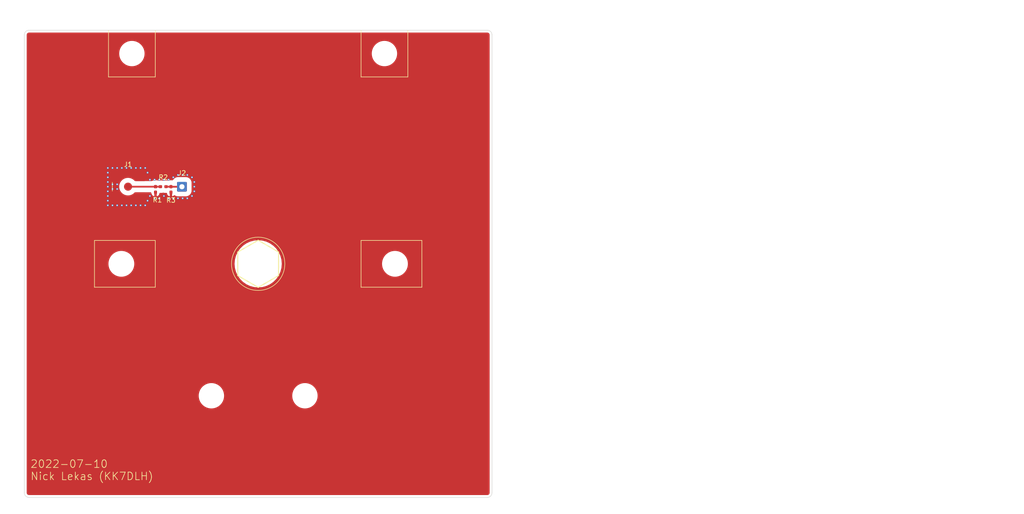
<source format=kicad_pcb>
(kicad_pcb (version 20211014) (generator pcbnew)
  (layers (0 "F.Cu" jumper) (1 "In1.Cu" signal) (2 "In2.Cu" signal) (31 "B.Cu" signal) (34 "B.Paste" user) (35 "F.Paste" user) (36 "B.SilkS" user "B.Silkscreen") (37 "F.SilkS" user "F.Silkscreen") (38 "B.Mask" user) (39 "F.Mask" user) (44 "Edge.Cuts" user))
  (net 0 "")
  (net 1 "Net-(J2-Pad1)")
  (net 2 "Net-(J1-Pad1)")
  (net 3 "GND")
  (footprint "Connector_Wire:SolderWire-0.5sqmm_1x01_D0.9mm_OD2.1mm" (layer "F.Cu") (at 138.85 85.0135)
    (fp_text reference "J2" (at 0 -2.9135) (layer "F.SilkS"))
    (fp_text value "Conn_01x01")
    (pad "1" thru_hole roundrect locked (at 0 0) (size 2.1 2.1) (drill 1.1) (layers *.Cu *.Mask) (roundrect_rratio 0.1190480952) (net 1 "Net-(J2-Pad1)"))
  )
  (footprint "" (layer "F.Cu") (at 165.15 129.7535)
    (fp_text reference "@HOLE4" hide)
    (fp_text value "" (at 0 0) (layer "F.SilkS") (effects (font (size 1.27 1.27))))
    (pad "" np_thru_hole circle (at 0 0) (size 4.4 4.4) (drill 4.4) (layers *.Cu *.Mask))
  )
  (footprint "" (layer "F.Cu") (at 155.1511 101.5135)
    (fp_text reference "@HOLE6" hide)
    (fp_text value "" (at 0 0) (layer "F.SilkS") (effects (font (size 1.27 1.27))))
    (pad "" np_thru_hole circle (at 0 0) (size 4.5 4.5) (drill 4.5) (layers *.Cu *.Mask))
  )
  (footprint "" (layer "F.Cu") (at 145.15 129.7535)
    (fp_text reference "@HOLE5" hide)
    (fp_text value "" (at 0 0) (layer "F.SilkS") (effects (font (size 1.27 1.27))))
    (pad "" np_thru_hole circle (at 0 0) (size 4.4 4.4) (drill 4.4) (layers *.Cu *.Mask))
  )
  (footprint "" (layer "F.Cu") (at 184.4011 101.5135)
    (fp_text reference "@HOLE1" hide)
    (fp_text value "" (at 0 0) (layer "F.SilkS") (effects (font (size 1.27 1.27))))
    (pad "" np_thru_hole circle (at 0 0) (size 4.5 4.5) (drill 4.5) (layers *.Cu *.Mask))
  )
  (footprint "Connector_Coaxial:SMA_Amphenol_132134-10_Vertical" (layer "F.Cu") (at 127.325 85)
    (fp_text reference "J1" (at 0 -4.75) (layer "F.SilkS"))
    (fp_text value "Conn_Coaxial")
    (fp_line (start -3.355 -0.94) (end -3.355 0.94) (layer "F.SilkS") (width 0.12))
    (pad "1" smd circle locked (at 0 0 90) (size 1.73 1.73) (layers "F.Cu" "F.Paste" "F.Mask") (net 2 "Net-(J1-Pad1)"))
    (pad "2" smd custom locked (at 0 2.8) (size 7.11 1.51) (layers "F.Cu" "F.Paste" "F.Mask") (net 3 "GND") (options (clearance outline) (anchor rect)) (primitives (gr_poly (pts (xy -1.5 -1.42) (xy -1.36 -1.28) (xy -1.205 -1.155) (xy -1.035 -1.045) (xy -0.86 -0.95) (xy -0.675 -0.875) (xy -0.48 -0.82) (xy -0.28 -0.78) (xy -0.085 -0.765) (xy 0 -0.765) (xy 0 0.755) (xy -3.555 0.755) (xy -3.555 -1.595) (xy -1.645 -1.595)) (width 0) (fill yes)) (gr_poly (pts (xy 3.555 0.755) (xy 0 0.755) (xy 0 -0.765) (xy 0.085 -0.765) (xy 0.28 -0.78) (xy 0.48 -0.82) (xy 0.675 -0.875) (xy 0.86 -0.95) (xy 1.035 -1.045) (xy 1.205 -1.155) (xy 1.36 -1.28) (xy 1.5 -1.42) (xy 1.645 -1.595) (xy 3.555 -1.595)) (width 0) (fill yes))))
    (pad "2" smd custom locked (at 0 -2.8 180) (size 7.11 1.51) (layers "F.Cu" "F.Paste" "F.Mask") (net 3 "GND") (options (clearance outline) (anchor rect)) (primitives (gr_poly (pts (xy -1.5 -1.42) (xy -1.36 -1.28) (xy -1.205 -1.155) (xy -1.035 -1.045) (xy -0.86 -0.95) (xy -0.675 -0.875) (xy -0.48 -0.82) (xy -0.28 -0.78) (xy -0.085 -0.765) (xy 0 -0.765) (xy 0 0.755) (xy -3.555 0.755) (xy -3.555 -1.595) (xy -1.645 -1.595)) (width 0) (fill yes)) (gr_poly (pts (xy 3.555 0.755) (xy 0 0.755) (xy 0 -0.765) (xy 0.085 -0.765) (xy 0.28 -0.78) (xy 0.48 -0.82) (xy 0.675 -0.875) (xy 0.86 -0.95) (xy 1.035 -1.045) (xy 1.205 -1.155) (xy 1.36 -1.28) (xy 1.5 -1.42) (xy 1.645 -1.595) (xy 3.555 -1.595)) (width 0) (fill yes))))
  )
  (footprint "Resistor_SMD:R_0402_1005Metric_Pad0.72x0.64mm_HandSolder" (layer "F.Cu") (at 136.5 85.6 -90)
    (fp_text reference "R3" (at 2.3 0 180) (layer "F.SilkS"))
    (fp_text value "DNP")
    (pad "1" smd roundrect (at -0.5975 0 270) (size 0.715 0.64) (layers "F.Cu" "F.Paste" "F.Mask") (net 1 "Net-(J2-Pad1)"))
    (pad "2" smd roundrect (at 0.5975 0 270) (size 0.715 0.64) (layers "F.Cu" "F.Paste" "F.Mask") (net 3 "GND"))
  )
  (footprint "Resistor_SMD:R_0402_1005Metric_Pad0.72x0.64mm_HandSolder" (layer "F.Cu") (at 134.85 85)
    (fp_text reference "R2" (at 0 -2) (layer "F.SilkS"))
    (fp_text value "0")
    (pad "1" smd roundrect (at -0.5975 0) (size 0.715 0.64) (layers "F.Cu" "F.Paste" "F.Mask") (net 2 "Net-(J1-Pad1)"))
    (pad "2" smd roundrect (at 0.5975 0) (size 0.715 0.64) (layers "F.Cu" "F.Paste" "F.Mask") (net 1 "Net-(J2-Pad1)"))
  )
  (footprint "" (layer "F.Cu") (at 182.1511 56.5135)
    (fp_text reference "@HOLE2" hide)
    (fp_text value "" (at 0 0) (layer "F.SilkS") (effects (font (size 1.27 1.27))))
    (pad "" np_thru_hole circle (at 0 0) (size 4.4 4.4) (drill 4.4) (layers *.Cu *.Mask))
  )
  (footprint "" (layer "F.Cu") (at 128.1511 56.5135)
    (fp_text reference "@HOLE3" hide)
    (fp_text value "" (at 0 0) (layer "F.SilkS") (effects (font (size 1.27 1.27))))
    (pad "" np_thru_hole circle (at 0 0) (size 4.4 4.4) (drill 4.4) (layers *.Cu *.Mask))
  )
  (footprint "Resistor_SMD:R_0402_1005Metric_Pad0.72x0.64mm_HandSolder" (layer "F.Cu") (at 133.2 85.6 -90)
    (fp_text reference "R1" (at 2.25 -0.4) (layer "F.SilkS"))
    (fp_text value "DNP")
    (pad "1" smd roundrect (at -0.5975 0 270) (size 0.715 0.64) (layers "F.Cu" "F.Paste" "F.Mask") (net 2 "Net-(J1-Pad1)"))
    (pad "2" smd roundrect (at 0.5975 0 270) (size 0.715 0.64) (layers "F.Cu" "F.Paste" "F.Mask") (net 3 "GND"))
  )
  (footprint "" (layer "F.Cu") (at 125.9011 101.5135)
    (fp_text reference "@HOLE0" hide)
    (fp_text value "" (at 0 0) (layer "F.SilkS") (effects (font (size 1.27 1.27))))
    (pad "" np_thru_hole circle (at 0 0) (size 4.5 4.5) (drill 4.5) (layers *.Cu *.Mask))
  )
  (gr_line (start 150.785468 104.033991) (end 152.96829 105.294241) (layer "F.SilkS") (width 0.127))
  (gr_line (start 159.516718 98.993) (end 157.333909 97.73276) (layer "F.SilkS") (width 0.127))
  (gr_line (start 120.1511 96.5135) (end 133.1511 96.5135) (layer "F.SilkS") (width 0.127))
  (gr_line (start 177.1511 96.5135) (end 190.1511 96.5135) (layer "F.SilkS") (width 0.127))
  (gr_line (start 159.5167 98.993) (end 159.5167 104.034) (layer "F.SilkS") (width 0.2))
  (gr_line (start 150.7855 104.034) (end 150.7855 98.993) (layer "F.SilkS") (width 0.2))
  (gr_line (start 123.1511 61.5135) (end 123.1511 51.5135) (layer "F.SilkS") (width 0.127))
  (gr_line (start 133.1511 51.5135) (end 133.1511 61.5135) (layer "F.SilkS") (width 0.127))
  (gr_line (start 150.785468 98.993) (end 150.785468 104.033991) (layer "F.SilkS") (width 0.127))
  (gr_line (start 190.1511 106.5135) (end 177.1511 106.5135) (layer "F.SilkS") (width 0.127))
  (gr_line (start 159.5167 104.034) (end 155.1511 106.5545) (layer "F.SilkS") (width 0.2))
  (gr_line (start 155.1511 96.4725) (end 159.5167 98.993) (layer "F.SilkS") (width 0.2))
  (gr_line (start 133.1511 61.5135) (end 123.1511 61.5135) (layer "F.SilkS") (width 0.127))
  (gr_line (start 150.7855 98.993) (end 155.1511 96.4725) (layer "F.SilkS") (width 0.2))
  (gr_line (start 155.1511 106.554491) (end 159.516718 104.033991) (layer "F.SilkS") (width 0.127))
  (gr_line (start 133.1511 106.5135) (end 120.1511 106.5135) (layer "F.SilkS") (width 0.127))
  (gr_line (start 187.1511 51.5135) (end 187.1511 61.5135) (layer "F.SilkS") (width 0.127))
  (gr_line (start 155.1511 106.5545) (end 150.7855 104.034) (layer "F.SilkS") (width 0.2))
  (gr_line (start 155.1511 96.47251) (end 152.96829 97.73276) (layer "F.SilkS") (width 0.127))
  (gr_line (start 190.1511 96.5135) (end 190.1511 106.5135) (layer "F.SilkS") (width 0.127))
  (gr_line (start 120.1511 106.5135) (end 120.1511 96.5135) (layer "F.SilkS") (width 0.127))
  (gr_line (start 152.96829 97.73276) (end 150.785468 98.993) (layer "F.SilkS") (width 0.127))
  (gr_line (start 159.516718 104.033991) (end 159.516718 98.993) (layer "F.SilkS") (width 0.127))
  (gr_line (start 177.1511 106.5135) (end 177.1511 96.5135) (layer "F.SilkS") (width 0.127))
  (gr_circle (center 155.1511 101.5135) (end 160.8511 101.5135) (layer "F.SilkS") (width 0.127) (fill none))
  (gr_line (start 177.1511 61.5135) (end 177.1511 51.5135) (layer "F.SilkS") (width 0.127))
  (gr_line (start 187.1511 61.5135) (end 177.1511 61.5135) (layer "F.SilkS") (width 0.127))
  (gr_line (start 152.96829 105.294241) (end 155.1511 106.554491) (layer "F.SilkS") (width 0.127))
  (gr_line (start 157.333909 97.73276) (end 155.1511 96.47251) (layer "F.SilkS") (width 0.127))
  (gr_line (start 133.1511 96.5135) (end 133.1511 106.5135) (layer "F.SilkS") (width 0.127))
  (gr_line (start 205.1511 150.5135) (end 205.1511 52.5135) (layer "Edge.Cuts") (width 0.1))
  (gr_arc (start 205.1511 150.5135) (mid 204.858207 151.220607) (end 204.1511 151.5135) (layer "Edge.Cuts") (width 0.1))
  (gr_line (start 106.1511 151.5135) (end 204.1511 151.5135) (layer "Edge.Cuts") (width 0.1))
  (gr_arc (start 105.1511 52.5135) (mid 105.443993 51.806393) (end 106.1511 51.5135) (layer "Edge.Cuts") (width 0.1))
  (gr_line (start 105.1511 52.5135) (end 105.1511 150.5135) (layer "Edge.Cuts") (width 0.1))
  (gr_arc (start 204.1511 51.5135) (mid 204.858207 51.806393) (end 205.1511 52.5135) (layer "Edge.Cuts") (width 0.1))
  (gr_line (start 204.1511 51.5135) (end 106.1511 51.5135) (layer "Edge.Cuts") (width 0.1))
  (gr_arc (start 106.1511 151.5135) (mid 105.443993 151.220607) (end 105.1511 150.5135) (layer "Edge.Cuts") (width 0.1))
  (gr_text "2022-07-10\nNick Lekas (KK7DLH)" (at 106.3811 147.9335) (layer "F.SilkS") (effects (font (size 1.63576 1.63576) (thickness 0.14224)) (justify left bottom)))
  (segment (start 136.5 85.0025) (end 136.4975 85) (width 0.2) (layer "F.Cu") (net 1))
  (segment (start 136.511 85.0135) (end 136.5 85.0025) (width 0.2) (layer "F.Cu") (net 1))
  (segment (start 138.8511 85.0135) (end 136.511 85.0135) (width 0.38) (layer "F.Cu") (net 1))
  (segment (start 136.4975 85) (end 135.3975 85) (width 0.38) (layer "F.Cu") (net 1))
  (segment (start 133.0975 85) (end 127.325 85) (width 0.38) (layer "F.Cu") (net 2))
  (segment (start 134.2 85.0025) (end 134.2025 85) (width 0.2) (layer "F.Cu") (net 2))
  (segment (start 134.2025 85) (end 133.1025 85) (width 0.38) (layer "F.Cu") (net 2))
  (segment (start 133.1025 85) (end 133.1 85.0025) (width 0.2) (layer "F.Cu") (net 2))
  (segment (start 133.1 85.0025) (end 133.0975 85) (width 0.2) (layer "F.Cu") (net 2))
  (via (at 139 82.5) (size 0.4572) (drill 0.254) (layers "F.Cu" "B.Cu") (net 3))
  (via (at 129 89) (size 0.4572) (drill 0.254) (layers "F.Cu" "B.Cu") (net 3))
  (via (at 141.5 84) (size 0.4572) (drill 0.254) (layers "F.Cu" "B.Cu") (net 3))
  (via (at 126 89) (size 0.4572) (drill 0.254) (layers "F.Cu" "B.Cu") (net 3))
  (via (at 125 84.5) (size 0.4572) (drill 0.254) (layers "F.Cu" "B.Cu") (net 3))
  (via (at 129 81) (size 0.4572) (drill 0.254) (layers "F.Cu" "B.Cu") (net 3))
  (via (at 125 85.5) (size 0.4572) (drill 0.254) (layers "F.Cu" "B.Cu") (net 3))
  (via (at 132 87) (size 0.4572) (drill 0.254) (layers "F.Cu" "B.Cu") (net 3))
  (via (at 136 87.5) (size 0.4572) (drill 0.254) (layers "F.Cu" "B.Cu") (net 3))
  (via (at 125 89) (size 0.4572) (drill 0.254) (layers "F.Cu" "B.Cu") (net 3))
  (via (at 131.5 88) (size 0.4572) (drill 0.254) (layers "F.Cu" "B.Cu") (net 3))
  (via (at 134 83.5) (size 0.4572) (drill 0.254) (layers "F.Cu" "B.Cu") (net 3))
  (via (at 131 81) (size 0.4572) (drill 0.254) (layers "F.Cu" "B.Cu") (net 3))
  (via (at 123 86) (size 0.4572) (drill 0.254) (layers "F.Cu" "B.Cu") (net 3))
  (via (at 141.5 85) (size 0.4572) (drill 0.254) (layers "F.Cu" "B.Cu") (net 3))
  (via (at 137 83) (size 0.4572) (drill 0.254) (layers "F.Cu" "B.Cu") (net 3))
  (via (at 141.5 86) (size 0.4572) (drill 0.254) (layers "F.Cu" "B.Cu") (net 3))
  (via (at 135 83.5) (size 0.4572) (drill 0.254) (layers "F.Cu" "B.Cu") (net 3))
  (via (at 132 83.5) (size 0.4572) (drill 0.254) (layers "F.Cu" "B.Cu") (net 3))
  (via (at 123 87) (size 0.4572) (drill 0.254) (layers "F.Cu" "B.Cu") (net 3))
  (via (at 124 81) (size 0.4572) (drill 0.254) (layers "F.Cu" "B.Cu") (net 3))
  (via (at 139 87.5) (size 0.4572) (drill 0.254) (layers "F.Cu" "B.Cu") (net 3))
  (via (at 123 89) (size 0.4572) (drill 0.254) (layers "F.Cu" "B.Cu") (net 3))
  (via (at 141 83) (size 0.4572) (drill 0.254) (layers "F.Cu" "B.Cu") (net 3))
  (via (at 140 82.5) (size 0.4572) (drill 0.254) (layers "F.Cu" "B.Cu") (net 3))
  (via (at 124 85.5) (size 0.4572) (drill 0.254) (layers "F.Cu" "B.Cu") (net 3))
  (via (at 133 87.5) (size 0.4572) (drill 0.254) (layers "F.Cu" "B.Cu") (net 3))
  (via (at 127 81) (size 0.4572) (drill 0.254) (layers "F.Cu" "B.Cu") (net 3))
  (via (at 123 84) (size 0.4572) (drill 0.254) (layers "F.Cu" "B.Cu") (net 3))
  (via (at 128 81) (size 0.4572) (drill 0.254) (layers "F.Cu" "B.Cu") (net 3))
  (via (at 124 89) (size 0.4572) (drill 0.254) (layers "F.Cu" "B.Cu") (net 3))
  (via (at 125 81) (size 0.4572) (drill 0.254) (layers "F.Cu" "B.Cu") (net 3))
  (via (at 127 89) (size 0.4572) (drill 0.254) (layers "F.Cu" "B.Cu") (net 3))
  (via (at 131 89) (size 0.4572) (drill 0.254) (layers "F.Cu" "B.Cu") (net 3))
  (via (at 130 81) (size 0.4572) (drill 0.254) (layers "F.Cu" "B.Cu") (net 3))
  (via (at 133 83.5) (size 0.4572) (drill 0.254) (layers "F.Cu" "B.Cu") (net 3))
  (via (at 126 81) (size 0.4572) (drill 0.254) (layers "F.Cu" "B.Cu") (net 3))
  (via (at 123 88) (size 0.4572) (drill 0.254) (layers "F.Cu" "B.Cu") (net 3))
  (via (at 135 87) (size 0.4572) (drill 0.254) (layers "F.Cu" "B.Cu") (net 3))
  (via (at 134 87.5) (size 0.4572) (drill 0.254) (layers "F.Cu" "B.Cu") (net 3))
  (via (at 130 89) (size 0.4572) (drill 0.254) (layers "F.Cu" "B.Cu") (net 3))
  (via (at 138 87.5) (size 0.4572) (drill 0.254) (layers "F.Cu" "B.Cu") (net 3))
  (via (at 138 82.5) (size 0.4572) (drill 0.254) (layers "F.Cu" "B.Cu") (net 3))
  (via (at 124 84.5) (size 0.4572) (drill 0.254) (layers "F.Cu" "B.Cu") (net 3))
  (via (at 123 81) (size 0.4572) (drill 0.254) (layers "F.Cu" "B.Cu") (net 3))
  (via (at 131.5 82) (size 0.4572) (drill 0.254) (layers "F.Cu" "B.Cu") (net 3))
  (via (at 123 83) (size 0.4572) (drill 0.254) (layers "F.Cu" "B.Cu") (net 3))
  (via (at 123 85) (size 0.4572) (drill 0.254) (layers "F.Cu" "B.Cu") (net 3))
  (via (at 128 89) (size 0.4572) (drill 0.254) (layers "F.Cu" "B.Cu") (net 3))
  (via (at 141 87) (size 0.4572) (drill 0.254) (layers "F.Cu" "B.Cu") (net 3))
  (via (at 137 87.5) (size 0.4572) (drill 0.254) (layers "F.Cu" "B.Cu") (net 3))
  (via (at 123 82) (size 0.4572) (drill 0.254) (layers "F.Cu" "B.Cu") (net 3))
  (via (at 140 87.5) (size 0.4572) (drill 0.254) (layers "F.Cu" "B.Cu") (net 3))
  (via (at 136 83.5) (size 0.4572) (drill 0.254) (layers "F.Cu" "B.Cu") (net 3))
  (zone (net 0) (net_name "") (layer "F.Cu") (connect_pads (clearance 0)) (min_thickness 0.254)
    (keepout (tracks not_allowed) (vias not_allowed) (pads not_allowed) (copperpour not_allowed) (footprints allowed))
    (fill (thermal_gap 0.508) (thermal_bridge_width 0.508))
    (polygon (pts (xy 132.5 86.45) (xy 132.3 86.45) (xy 132.3 86.05) (xy 132.5 86.05)))
  )
  (zone (net 3) (net_name "GND") (layers "F.Cu" "In1.Cu" "In2.Cu" "B.Cu") (connect_pads (clearance 0.508)) (min_thickness 0.254) (fill yes (thermal_gap 0.508) (thermal_bridge_width 0.508))
    (polygon (pts (xy 210.05 155.05) (xy 99.95 155.05) (xy 100.05 45.05) (xy 210.05 45.05)))
  )
  (zone (net 0) (net_name "") (layer "F.Cu") (connect_pads (clearance 0)) (min_thickness 0.254)
    (keepout (tracks not_allowed) (vias not_allowed) (pads not_allowed) (copperpour not_allowed) (footprints allowed))
    (fill (thermal_gap 0.508) (thermal_bridge_width 0.508))
    (polygon (pts (xy 160.2011 101.5135) (xy 160.124379 100.636577) (xy 159.896548 99.786298) (xy 159.524528 98.9885) (xy 159.019624 98.267423) (xy 158.397177 97.644976) (xy 157.6761 97.140072) (xy 156.878302 96.768052) (xy 156.028023 96.540221) (xy 155.1511 96.4635) (xy 154.274177 96.540221) (xy 153.423898 96.768052) (xy 152.6261 97.140072) (xy 151.905023 97.644976) (xy 151.282576 98.267423) (xy 150.777672 98.9885) (xy 150.405652 99.786298) (xy 150.177821 100.636577) (xy 150.1011 101.5135) (xy 150.177821 102.390423) (xy 150.405652 103.240702) (xy 150.777672 104.0385) (xy 151.282576 104.759577) (xy 151.905023 105.382024) (xy 152.6261 105.886928) (xy 153.423898 106.258948) (xy 154.274177 106.486779) (xy 155.1511 106.5635) (xy 156.028023 106.486779) (xy 156.878302 106.258948) (xy 157.6761 105.886928) (xy 158.397177 105.382024) (xy 159.019624 104.759577) (xy 159.524528 104.0385) (xy 159.896548 103.240702) (xy 160.124379 102.390423)))
    (polygon (pts (xy 160.1011 101.5135) (xy 160.025898 100.653942) (xy 159.802578 99.8205) (xy 159.437926 99.0385) (xy 158.94302 98.331701) (xy 158.332899 97.72158) (xy 157.6261 97.226674) (xy 156.8441 96.862022) (xy 156.010658 96.638702) (xy 155.1511 96.5635) (xy 154.291542 96.638702) (xy 153.4581 96.862022) (xy 152.6761 97.226674) (xy 151.969301 97.72158) (xy 151.35918 98.331701) (xy 150.864274 99.0385) (xy 150.499622 99.8205) (xy 150.276302 100.653942) (xy 150.2011 101.5135) (xy 150.276302 102.373058) (xy 150.499622 103.2065) (xy 150.864274 103.9885) (xy 151.35918 104.695299) (xy 151.969301 105.30542) (xy 152.6761 105.800326) (xy 153.4581 106.164978) (xy 154.291542 106.388298) (xy 155.1511 106.4635) (xy 156.010658 106.388298) (xy 156.8441 106.164978) (xy 157.6261 105.800326) (xy 158.332899 105.30542) (xy 158.94302 104.695299) (xy 159.437926 103.9885) (xy 159.802578 103.2065) (xy 160.025898 102.373058)))
  )
)
</source>
